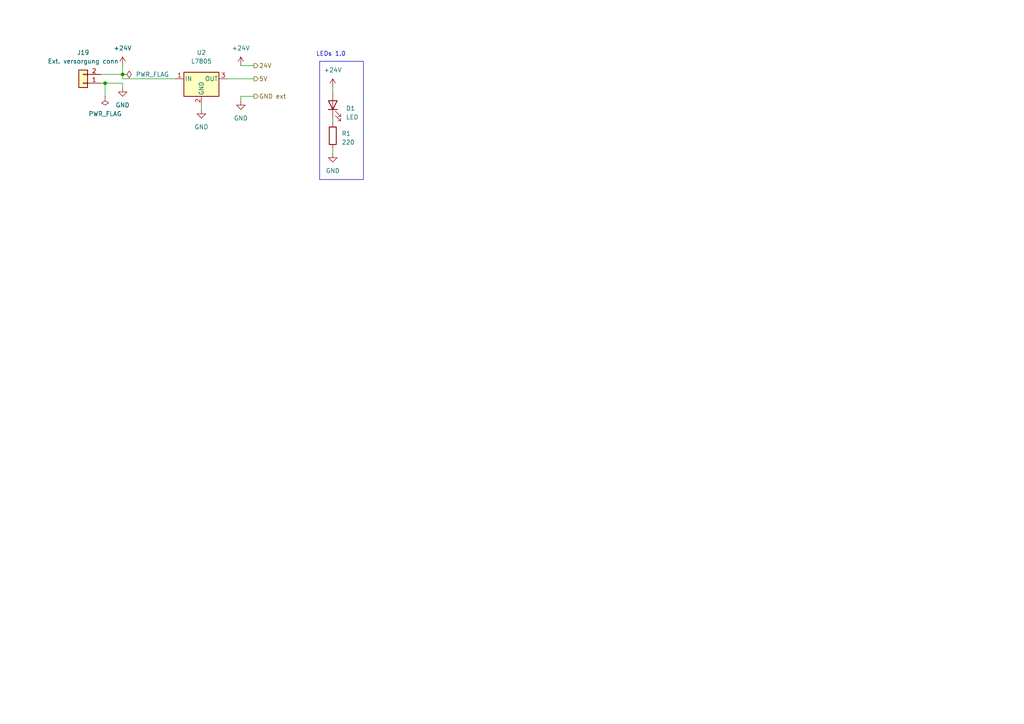
<source format=kicad_sch>
(kicad_sch (version 20230121) (generator eeschema)

  (uuid c0707853-f796-41ec-97e6-32ad8ec49104)

  (paper "A4")

  (lib_symbols
    (symbol "Connector_Generic:Conn_01x02" (pin_names (offset 1.016) hide) (in_bom yes) (on_board yes)
      (property "Reference" "J" (at 0 2.54 0)
        (effects (font (size 1.27 1.27)))
      )
      (property "Value" "Conn_01x02" (at 0 -5.08 0)
        (effects (font (size 1.27 1.27)))
      )
      (property "Footprint" "" (at 0 0 0)
        (effects (font (size 1.27 1.27)) hide)
      )
      (property "Datasheet" "~" (at 0 0 0)
        (effects (font (size 1.27 1.27)) hide)
      )
      (property "ki_keywords" "connector" (at 0 0 0)
        (effects (font (size 1.27 1.27)) hide)
      )
      (property "ki_description" "Generic connector, single row, 01x02, script generated (kicad-library-utils/schlib/autogen/connector/)" (at 0 0 0)
        (effects (font (size 1.27 1.27)) hide)
      )
      (property "ki_fp_filters" "Connector*:*_1x??_*" (at 0 0 0)
        (effects (font (size 1.27 1.27)) hide)
      )
      (symbol "Conn_01x02_1_1"
        (rectangle (start -1.27 -2.413) (end 0 -2.667)
          (stroke (width 0.1524) (type default))
          (fill (type none))
        )
        (rectangle (start -1.27 0.127) (end 0 -0.127)
          (stroke (width 0.1524) (type default))
          (fill (type none))
        )
        (rectangle (start -1.27 1.27) (end 1.27 -3.81)
          (stroke (width 0.254) (type default))
          (fill (type background))
        )
        (pin passive line (at -5.08 0 0) (length 3.81)
          (name "Pin_1" (effects (font (size 1.27 1.27))))
          (number "1" (effects (font (size 1.27 1.27))))
        )
        (pin passive line (at -5.08 -2.54 0) (length 3.81)
          (name "Pin_2" (effects (font (size 1.27 1.27))))
          (number "2" (effects (font (size 1.27 1.27))))
        )
      )
    )
    (symbol "Device:LED" (pin_numbers hide) (pin_names (offset 1.016) hide) (in_bom yes) (on_board yes)
      (property "Reference" "D" (at 0 2.54 0)
        (effects (font (size 1.27 1.27)))
      )
      (property "Value" "LED" (at 0 -2.54 0)
        (effects (font (size 1.27 1.27)))
      )
      (property "Footprint" "" (at 0 0 0)
        (effects (font (size 1.27 1.27)) hide)
      )
      (property "Datasheet" "~" (at 0 0 0)
        (effects (font (size 1.27 1.27)) hide)
      )
      (property "ki_keywords" "LED diode" (at 0 0 0)
        (effects (font (size 1.27 1.27)) hide)
      )
      (property "ki_description" "Light emitting diode" (at 0 0 0)
        (effects (font (size 1.27 1.27)) hide)
      )
      (property "ki_fp_filters" "LED* LED_SMD:* LED_THT:*" (at 0 0 0)
        (effects (font (size 1.27 1.27)) hide)
      )
      (symbol "LED_0_1"
        (polyline
          (pts
            (xy -1.27 -1.27)
            (xy -1.27 1.27)
          )
          (stroke (width 0.254) (type default))
          (fill (type none))
        )
        (polyline
          (pts
            (xy -1.27 0)
            (xy 1.27 0)
          )
          (stroke (width 0) (type default))
          (fill (type none))
        )
        (polyline
          (pts
            (xy 1.27 -1.27)
            (xy 1.27 1.27)
            (xy -1.27 0)
            (xy 1.27 -1.27)
          )
          (stroke (width 0.254) (type default))
          (fill (type none))
        )
        (polyline
          (pts
            (xy -3.048 -0.762)
            (xy -4.572 -2.286)
            (xy -3.81 -2.286)
            (xy -4.572 -2.286)
            (xy -4.572 -1.524)
          )
          (stroke (width 0) (type default))
          (fill (type none))
        )
        (polyline
          (pts
            (xy -1.778 -0.762)
            (xy -3.302 -2.286)
            (xy -2.54 -2.286)
            (xy -3.302 -2.286)
            (xy -3.302 -1.524)
          )
          (stroke (width 0) (type default))
          (fill (type none))
        )
      )
      (symbol "LED_1_1"
        (pin passive line (at -3.81 0 0) (length 2.54)
          (name "K" (effects (font (size 1.27 1.27))))
          (number "1" (effects (font (size 1.27 1.27))))
        )
        (pin passive line (at 3.81 0 180) (length 2.54)
          (name "A" (effects (font (size 1.27 1.27))))
          (number "2" (effects (font (size 1.27 1.27))))
        )
      )
    )
    (symbol "Device:R" (pin_numbers hide) (pin_names (offset 0)) (in_bom yes) (on_board yes)
      (property "Reference" "R" (at 2.032 0 90)
        (effects (font (size 1.27 1.27)))
      )
      (property "Value" "R" (at 0 0 90)
        (effects (font (size 1.27 1.27)))
      )
      (property "Footprint" "" (at -1.778 0 90)
        (effects (font (size 1.27 1.27)) hide)
      )
      (property "Datasheet" "~" (at 0 0 0)
        (effects (font (size 1.27 1.27)) hide)
      )
      (property "ki_keywords" "R res resistor" (at 0 0 0)
        (effects (font (size 1.27 1.27)) hide)
      )
      (property "ki_description" "Resistor" (at 0 0 0)
        (effects (font (size 1.27 1.27)) hide)
      )
      (property "ki_fp_filters" "R_*" (at 0 0 0)
        (effects (font (size 1.27 1.27)) hide)
      )
      (symbol "R_0_1"
        (rectangle (start -1.016 -2.54) (end 1.016 2.54)
          (stroke (width 0.254) (type default))
          (fill (type none))
        )
      )
      (symbol "R_1_1"
        (pin passive line (at 0 3.81 270) (length 1.27)
          (name "~" (effects (font (size 1.27 1.27))))
          (number "1" (effects (font (size 1.27 1.27))))
        )
        (pin passive line (at 0 -3.81 90) (length 1.27)
          (name "~" (effects (font (size 1.27 1.27))))
          (number "2" (effects (font (size 1.27 1.27))))
        )
      )
    )
    (symbol "Regulator_Linear:L7805" (pin_names (offset 0.254)) (in_bom yes) (on_board yes)
      (property "Reference" "U" (at -3.81 3.175 0)
        (effects (font (size 1.27 1.27)))
      )
      (property "Value" "L7805" (at 0 3.175 0)
        (effects (font (size 1.27 1.27)) (justify left))
      )
      (property "Footprint" "" (at 0.635 -3.81 0)
        (effects (font (size 1.27 1.27) italic) (justify left) hide)
      )
      (property "Datasheet" "http://www.st.com/content/ccc/resource/technical/document/datasheet/41/4f/b3/b0/12/d4/47/88/CD00000444.pdf/files/CD00000444.pdf/jcr:content/translations/en.CD00000444.pdf" (at 0 -1.27 0)
        (effects (font (size 1.27 1.27)) hide)
      )
      (property "ki_keywords" "Voltage Regulator 1.5A Positive" (at 0 0 0)
        (effects (font (size 1.27 1.27)) hide)
      )
      (property "ki_description" "Positive 1.5A 35V Linear Regulator, Fixed Output 5V, TO-220/TO-263/TO-252" (at 0 0 0)
        (effects (font (size 1.27 1.27)) hide)
      )
      (property "ki_fp_filters" "TO?252* TO?263* TO?220*" (at 0 0 0)
        (effects (font (size 1.27 1.27)) hide)
      )
      (symbol "L7805_0_1"
        (rectangle (start -5.08 1.905) (end 5.08 -5.08)
          (stroke (width 0.254) (type default))
          (fill (type background))
        )
      )
      (symbol "L7805_1_1"
        (pin power_in line (at -7.62 0 0) (length 2.54)
          (name "IN" (effects (font (size 1.27 1.27))))
          (number "1" (effects (font (size 1.27 1.27))))
        )
        (pin power_in line (at 0 -7.62 90) (length 2.54)
          (name "GND" (effects (font (size 1.27 1.27))))
          (number "2" (effects (font (size 1.27 1.27))))
        )
        (pin power_out line (at 7.62 0 180) (length 2.54)
          (name "OUT" (effects (font (size 1.27 1.27))))
          (number "3" (effects (font (size 1.27 1.27))))
        )
      )
    )
    (symbol "power:+24V" (power) (pin_names (offset 0)) (in_bom yes) (on_board yes)
      (property "Reference" "#PWR" (at 0 -3.81 0)
        (effects (font (size 1.27 1.27)) hide)
      )
      (property "Value" "+24V" (at 0 3.556 0)
        (effects (font (size 1.27 1.27)))
      )
      (property "Footprint" "" (at 0 0 0)
        (effects (font (size 1.27 1.27)) hide)
      )
      (property "Datasheet" "" (at 0 0 0)
        (effects (font (size 1.27 1.27)) hide)
      )
      (property "ki_keywords" "power-flag" (at 0 0 0)
        (effects (font (size 1.27 1.27)) hide)
      )
      (property "ki_description" "Power symbol creates a global label with name \"+24V\"" (at 0 0 0)
        (effects (font (size 1.27 1.27)) hide)
      )
      (symbol "+24V_0_1"
        (polyline
          (pts
            (xy -0.762 1.27)
            (xy 0 2.54)
          )
          (stroke (width 0) (type default))
          (fill (type none))
        )
        (polyline
          (pts
            (xy 0 0)
            (xy 0 2.54)
          )
          (stroke (width 0) (type default))
          (fill (type none))
        )
        (polyline
          (pts
            (xy 0 2.54)
            (xy 0.762 1.27)
          )
          (stroke (width 0) (type default))
          (fill (type none))
        )
      )
      (symbol "+24V_1_1"
        (pin power_in line (at 0 0 90) (length 0) hide
          (name "+24V" (effects (font (size 1.27 1.27))))
          (number "1" (effects (font (size 1.27 1.27))))
        )
      )
    )
    (symbol "power:GND" (power) (pin_names (offset 0)) (in_bom yes) (on_board yes)
      (property "Reference" "#PWR" (at 0 -6.35 0)
        (effects (font (size 1.27 1.27)) hide)
      )
      (property "Value" "GND" (at 0 -3.81 0)
        (effects (font (size 1.27 1.27)))
      )
      (property "Footprint" "" (at 0 0 0)
        (effects (font (size 1.27 1.27)) hide)
      )
      (property "Datasheet" "" (at 0 0 0)
        (effects (font (size 1.27 1.27)) hide)
      )
      (property "ki_keywords" "power-flag" (at 0 0 0)
        (effects (font (size 1.27 1.27)) hide)
      )
      (property "ki_description" "Power symbol creates a global label with name \"GND\" , ground" (at 0 0 0)
        (effects (font (size 1.27 1.27)) hide)
      )
      (symbol "GND_0_1"
        (polyline
          (pts
            (xy 0 0)
            (xy 0 -1.27)
            (xy 1.27 -1.27)
            (xy 0 -2.54)
            (xy -1.27 -1.27)
            (xy 0 -1.27)
          )
          (stroke (width 0) (type default))
          (fill (type none))
        )
      )
      (symbol "GND_1_1"
        (pin power_in line (at 0 0 270) (length 0) hide
          (name "GND" (effects (font (size 1.27 1.27))))
          (number "1" (effects (font (size 1.27 1.27))))
        )
      )
    )
    (symbol "power:PWR_FLAG" (power) (pin_numbers hide) (pin_names (offset 0) hide) (in_bom yes) (on_board yes)
      (property "Reference" "#FLG" (at 0 1.905 0)
        (effects (font (size 1.27 1.27)) hide)
      )
      (property "Value" "PWR_FLAG" (at 0 3.81 0)
        (effects (font (size 1.27 1.27)))
      )
      (property "Footprint" "" (at 0 0 0)
        (effects (font (size 1.27 1.27)) hide)
      )
      (property "Datasheet" "~" (at 0 0 0)
        (effects (font (size 1.27 1.27)) hide)
      )
      (property "ki_keywords" "power-flag" (at 0 0 0)
        (effects (font (size 1.27 1.27)) hide)
      )
      (property "ki_description" "Special symbol for telling ERC where power comes from" (at 0 0 0)
        (effects (font (size 1.27 1.27)) hide)
      )
      (symbol "PWR_FLAG_0_0"
        (pin power_out line (at 0 0 90) (length 0)
          (name "pwr" (effects (font (size 1.27 1.27))))
          (number "1" (effects (font (size 1.27 1.27))))
        )
      )
      (symbol "PWR_FLAG_0_1"
        (polyline
          (pts
            (xy 0 0)
            (xy 0 1.27)
            (xy -1.016 1.905)
            (xy 0 2.54)
            (xy 1.016 1.905)
            (xy 0 1.27)
          )
          (stroke (width 0) (type default))
          (fill (type none))
        )
      )
    )
  )

  (junction (at 35.56 21.59) (diameter 0) (color 0 0 0 0)
    (uuid 456b1295-ff76-4b67-9c56-16f83128bce0)
  )
  (junction (at 30.48 24.13) (diameter 0) (color 0 0 0 0)
    (uuid e0ef0b4c-305b-4ed4-a3be-0b8fb1fbd6d2)
  )

  (wire (pts (xy 69.85 27.94) (xy 73.66 27.94))
    (stroke (width 0) (type default))
    (uuid 0b224b6b-ada2-47c8-9e79-ca7130d422db)
  )
  (wire (pts (xy 30.48 24.13) (xy 35.56 24.13))
    (stroke (width 0) (type default))
    (uuid 1161ebae-566c-4cc9-b1af-1422a633f28d)
  )
  (wire (pts (xy 29.21 24.13) (xy 30.48 24.13))
    (stroke (width 0) (type default))
    (uuid 29c8a4ff-9bbf-4667-8842-d15405fb700b)
  )
  (wire (pts (xy 35.56 21.59) (xy 35.56 22.86))
    (stroke (width 0) (type default))
    (uuid 7055ee85-d667-44a6-a582-203649852f54)
  )
  (wire (pts (xy 96.52 43.18) (xy 96.52 44.45))
    (stroke (width 0) (type default))
    (uuid 707917f0-e97c-4fef-99dc-31193daf56cc)
  )
  (wire (pts (xy 50.8 22.86) (xy 35.56 22.86))
    (stroke (width 0) (type default))
    (uuid 7ae11c34-210f-4ee4-8a02-80cc903ae5fa)
  )
  (wire (pts (xy 96.52 25.4) (xy 96.52 26.67))
    (stroke (width 0) (type default))
    (uuid 7ef292e0-40f6-4c2e-830f-dc6e6b636cd7)
  )
  (wire (pts (xy 35.56 24.13) (xy 35.56 25.4))
    (stroke (width 0) (type default))
    (uuid 85f0c3fd-1abb-42d6-b3e0-794852b91bd3)
  )
  (wire (pts (xy 69.85 19.05) (xy 73.66 19.05))
    (stroke (width 0) (type default))
    (uuid 95d1bdec-390e-43bc-ac61-d72fd246b3cf)
  )
  (wire (pts (xy 30.48 24.13) (xy 30.48 27.94))
    (stroke (width 0) (type default))
    (uuid 96bbdcb0-de0a-4a1b-9fc7-bd2897520bef)
  )
  (wire (pts (xy 66.04 22.86) (xy 73.66 22.86))
    (stroke (width 0) (type default))
    (uuid abdfbcae-267a-48e5-8881-1d257d280a3b)
  )
  (wire (pts (xy 96.52 34.29) (xy 96.52 35.56))
    (stroke (width 0) (type default))
    (uuid b9a52920-218e-43e3-8e1c-74b100f79e5c)
  )
  (polyline (pts (xy 105.41 52.07) (xy 92.71 52.07))
    (stroke (width 0) (type default))
    (uuid c3b46476-48ba-4a4c-ae4c-1aa5fdd9f2f0)
  )

  (wire (pts (xy 29.21 21.59) (xy 35.56 21.59))
    (stroke (width 0) (type default) (color 17 127 12 1))
    (uuid c49d6117-57e1-471b-989d-0092174284ab)
  )
  (polyline (pts (xy 92.71 17.78) (xy 92.71 52.07))
    (stroke (width 0) (type default))
    (uuid d67b7ba4-bb86-41d8-8526-20d60a0dcb45)
  )

  (wire (pts (xy 35.56 19.05) (xy 35.56 21.59))
    (stroke (width 0) (type default))
    (uuid d97cf734-1a11-428b-ac02-7303205dc4a4)
  )
  (wire (pts (xy 58.42 30.48) (xy 58.42 31.75))
    (stroke (width 0) (type default))
    (uuid db36a603-e755-4367-98fb-776d9144df35)
  )
  (polyline (pts (xy 105.41 17.78) (xy 105.41 52.07))
    (stroke (width 0) (type default))
    (uuid f25f5931-f014-48f1-a25c-a3b14becabd5)
  )
  (polyline (pts (xy 92.71 17.78) (xy 105.41 17.78))
    (stroke (width 0) (type default))
    (uuid f2b10246-22ab-4a4f-a553-5335ae8d1a28)
  )

  (wire (pts (xy 69.85 29.21) (xy 69.85 27.94))
    (stroke (width 0) (type default))
    (uuid ffe9a4b8-2175-4657-9863-c423a77e3814)
  )

  (text "LEDs 1.0" (at 100.33 16.51 0)
    (effects (font (size 1.27 1.27)) (justify right bottom))
    (uuid 9472e663-c5fb-4599-b2d2-89fd2a6fd7b8)
  )

  (hierarchical_label "5V" (shape output) (at 73.66 22.86 0) (fields_autoplaced)
    (effects (font (size 1.27 1.27)) (justify left))
    (uuid 008892f3-ac2e-4b3a-8b2c-b312ba0cea26)
  )
  (hierarchical_label "24V" (shape output) (at 73.66 19.05 0) (fields_autoplaced)
    (effects (font (size 1.27 1.27)) (justify left))
    (uuid 58a55ce6-ed86-43a6-b7d6-bc691d483b87)
  )
  (hierarchical_label "GND ext" (shape output) (at 73.66 27.94 0) (fields_autoplaced)
    (effects (font (size 1.27 1.27)) (justify left))
    (uuid f13f59b1-6536-4573-baa5-b438e669b244)
  )

  (symbol (lib_id "power:+24V") (at 69.85 19.05 0) (unit 1)
    (in_bom yes) (on_board yes) (dnp no) (fields_autoplaced)
    (uuid 066179d8-6540-4e49-92ac-288c16040bc1)
    (property "Reference" "#PWR0109" (at 69.85 22.86 0)
      (effects (font (size 1.27 1.27)) hide)
    )
    (property "Value" "+24V" (at 69.85 13.97 0)
      (effects (font (size 1.27 1.27)))
    )
    (property "Footprint" "" (at 69.85 19.05 0)
      (effects (font (size 1.27 1.27)) hide)
    )
    (property "Datasheet" "" (at 69.85 19.05 0)
      (effects (font (size 1.27 1.27)) hide)
    )
    (pin "1" (uuid 815b3543-5410-4be1-a33e-03f974121e97))
    (instances
      (project "AbuDhabi_ElectronBean"
        (path "/e63e39d7-6ac0-4ffd-8aa3-1841a4541b55/c90f5046-40eb-4e2a-9cc6-7f8f7a86d6fc"
          (reference "#PWR0109") (unit 1)
        )
      )
    )
  )

  (symbol (lib_id "power:PWR_FLAG") (at 35.56 21.59 270) (unit 1)
    (in_bom yes) (on_board yes) (dnp no)
    (uuid 2407df72-a7f4-4f32-ab92-68d85acba260)
    (property "Reference" "#FLG0101" (at 37.465 21.59 0)
      (effects (font (size 1.27 1.27)) hide)
    )
    (property "Value" "PWR_FLAG" (at 39.37 21.5899 90)
      (effects (font (size 1.27 1.27)) (justify left))
    )
    (property "Footprint" "" (at 35.56 21.59 0)
      (effects (font (size 1.27 1.27)) hide)
    )
    (property "Datasheet" "~" (at 35.56 21.59 0)
      (effects (font (size 1.27 1.27)) hide)
    )
    (pin "1" (uuid f7c1f027-7af5-4bda-8205-a7e293b54f31))
    (instances
      (project "AbuDhabi_ElectronBean"
        (path "/e63e39d7-6ac0-4ffd-8aa3-1841a4541b55/c90f5046-40eb-4e2a-9cc6-7f8f7a86d6fc"
          (reference "#FLG0101") (unit 1)
        )
      )
    )
  )

  (symbol (lib_id "power:GND") (at 58.42 31.75 0) (unit 1)
    (in_bom yes) (on_board yes) (dnp no) (fields_autoplaced)
    (uuid 49c4d4ec-6f6d-44a3-9dfe-a358a949acde)
    (property "Reference" "#PWR0108" (at 58.42 38.1 0)
      (effects (font (size 1.27 1.27)) hide)
    )
    (property "Value" "GND" (at 58.42 36.83 0)
      (effects (font (size 1.27 1.27)))
    )
    (property "Footprint" "" (at 58.42 31.75 0)
      (effects (font (size 1.27 1.27)) hide)
    )
    (property "Datasheet" "" (at 58.42 31.75 0)
      (effects (font (size 1.27 1.27)) hide)
    )
    (pin "1" (uuid 948c4a87-35ea-49af-b889-e9894d55c321))
    (instances
      (project "AbuDhabi_ElectronBean"
        (path "/e63e39d7-6ac0-4ffd-8aa3-1841a4541b55/c90f5046-40eb-4e2a-9cc6-7f8f7a86d6fc"
          (reference "#PWR0108") (unit 1)
        )
      )
    )
  )

  (symbol (lib_id "Device:R") (at 96.52 39.37 0) (unit 1)
    (in_bom yes) (on_board yes) (dnp no) (fields_autoplaced)
    (uuid 5d6278af-5b6a-4588-9d18-db5c4d71612b)
    (property "Reference" "R1" (at 99.06 38.735 0)
      (effects (font (size 1.27 1.27)) (justify left))
    )
    (property "Value" "220" (at 99.06 41.275 0)
      (effects (font (size 1.27 1.27)) (justify left))
    )
    (property "Footprint" "Resistor_SMD:R_0805_2012Metric_Pad1.20x1.40mm_HandSolder" (at 94.742 39.37 90)
      (effects (font (size 1.27 1.27)) hide)
    )
    (property "Datasheet" "~" (at 96.52 39.37 0)
      (effects (font (size 1.27 1.27)) hide)
    )
    (pin "1" (uuid 4ddab9e7-7ec1-46d5-9075-85c79418c840))
    (pin "2" (uuid 52668fb0-d367-46a3-a910-225c8f87a102))
    (instances
      (project "AbuDhabi_ElectronBean"
        (path "/e63e39d7-6ac0-4ffd-8aa3-1841a4541b55"
          (reference "R1") (unit 1)
        )
        (path "/e63e39d7-6ac0-4ffd-8aa3-1841a4541b55/c90f5046-40eb-4e2a-9cc6-7f8f7a86d6fc"
          (reference "R2") (unit 1)
        )
      )
    )
  )

  (symbol (lib_id "Regulator_Linear:L7805") (at 58.42 22.86 0) (unit 1)
    (in_bom yes) (on_board yes) (dnp no) (fields_autoplaced)
    (uuid 5fcc6b25-7b48-4605-ae97-5f85351848ea)
    (property "Reference" "U2" (at 58.42 15.24 0)
      (effects (font (size 1.27 1.27)))
    )
    (property "Value" "L7805" (at 58.42 17.78 0)
      (effects (font (size 1.27 1.27)))
    )
    (property "Footprint" "Package_TO_SOT_THT:TO-220-3_Vertical" (at 59.055 26.67 0)
      (effects (font (size 1.27 1.27) italic) (justify left) hide)
    )
    (property "Datasheet" "http://www.st.com/content/ccc/resource/technical/document/datasheet/41/4f/b3/b0/12/d4/47/88/CD00000444.pdf/files/CD00000444.pdf/jcr:content/translations/en.CD00000444.pdf" (at 58.42 24.13 0)
      (effects (font (size 1.27 1.27)) hide)
    )
    (pin "1" (uuid 24e9a7af-a648-4d68-9c71-28f6509e9ea2))
    (pin "2" (uuid 1bcc500c-2362-4ad5-aa0f-e4c6bc585d38))
    (pin "3" (uuid 70efbbc1-eacb-46d0-ae82-4346a482e63c))
    (instances
      (project "AbuDhabi_ElectronBean"
        (path "/e63e39d7-6ac0-4ffd-8aa3-1841a4541b55/c90f5046-40eb-4e2a-9cc6-7f8f7a86d6fc"
          (reference "U2") (unit 1)
        )
      )
    )
  )

  (symbol (lib_id "power:GND") (at 35.56 25.4 0) (unit 1)
    (in_bom yes) (on_board yes) (dnp no) (fields_autoplaced)
    (uuid 66be1d7f-a131-44f3-8768-5aafc12c606f)
    (property "Reference" "#PWR0103" (at 35.56 31.75 0)
      (effects (font (size 1.27 1.27)) hide)
    )
    (property "Value" "GND" (at 35.56 30.48 0)
      (effects (font (size 1.27 1.27)))
    )
    (property "Footprint" "" (at 35.56 25.4 0)
      (effects (font (size 1.27 1.27)) hide)
    )
    (property "Datasheet" "" (at 35.56 25.4 0)
      (effects (font (size 1.27 1.27)) hide)
    )
    (pin "1" (uuid ff5ef82d-602c-4964-be36-a40e76e9559c))
    (instances
      (project "AbuDhabi_ElectronBean"
        (path "/e63e39d7-6ac0-4ffd-8aa3-1841a4541b55/c90f5046-40eb-4e2a-9cc6-7f8f7a86d6fc"
          (reference "#PWR0103") (unit 1)
        )
      )
    )
  )

  (symbol (lib_id "power:+24V") (at 96.52 25.4 0) (unit 1)
    (in_bom yes) (on_board yes) (dnp no) (fields_autoplaced)
    (uuid 6b3a9d2f-1f7c-4388-a7e7-499c5ee0f34f)
    (property "Reference" "#PWR010" (at 96.52 29.21 0)
      (effects (font (size 1.27 1.27)) hide)
    )
    (property "Value" "+24V" (at 96.52 20.32 0)
      (effects (font (size 1.27 1.27)))
    )
    (property "Footprint" "" (at 96.52 25.4 0)
      (effects (font (size 1.27 1.27)) hide)
    )
    (property "Datasheet" "" (at 96.52 25.4 0)
      (effects (font (size 1.27 1.27)) hide)
    )
    (pin "1" (uuid 4e2687b9-b5c7-4975-a8f9-515f2eed5868))
    (instances
      (project "AbuDhabi_ElectronBean"
        (path "/e63e39d7-6ac0-4ffd-8aa3-1841a4541b55/c90f5046-40eb-4e2a-9cc6-7f8f7a86d6fc"
          (reference "#PWR010") (unit 1)
        )
      )
    )
  )

  (symbol (lib_id "power:PWR_FLAG") (at 30.48 27.94 180) (unit 1)
    (in_bom yes) (on_board yes) (dnp no) (fields_autoplaced)
    (uuid 73b38c4a-5f64-42a7-bc3d-383076fd5e1e)
    (property "Reference" "#FLG0102" (at 30.48 29.845 0)
      (effects (font (size 1.27 1.27)) hide)
    )
    (property "Value" "PWR_FLAG" (at 30.48 33.02 0)
      (effects (font (size 1.27 1.27)))
    )
    (property "Footprint" "" (at 30.48 27.94 0)
      (effects (font (size 1.27 1.27)) hide)
    )
    (property "Datasheet" "~" (at 30.48 27.94 0)
      (effects (font (size 1.27 1.27)) hide)
    )
    (pin "1" (uuid 8ab8ec42-c206-4291-84a6-19f32b850e47))
    (instances
      (project "AbuDhabi_ElectronBean"
        (path "/e63e39d7-6ac0-4ffd-8aa3-1841a4541b55/c90f5046-40eb-4e2a-9cc6-7f8f7a86d6fc"
          (reference "#FLG0102") (unit 1)
        )
      )
    )
  )

  (symbol (lib_id "Device:LED") (at 96.52 30.48 90) (unit 1)
    (in_bom yes) (on_board yes) (dnp no) (fields_autoplaced)
    (uuid 760aed66-beed-4616-a299-32a9482b46d4)
    (property "Reference" "D1" (at 100.33 31.4325 90)
      (effects (font (size 1.27 1.27)) (justify right))
    )
    (property "Value" "LED" (at 100.33 33.9725 90)
      (effects (font (size 1.27 1.27)) (justify right))
    )
    (property "Footprint" "LED_SMD:LED_0603_1608Metric_Pad1.05x0.95mm_HandSolder" (at 96.52 30.48 0)
      (effects (font (size 1.27 1.27)) hide)
    )
    (property "Datasheet" "~" (at 96.52 30.48 0)
      (effects (font (size 1.27 1.27)) hide)
    )
    (pin "1" (uuid 4a768910-7bcc-432c-9ac4-7296d0e89a21))
    (pin "2" (uuid 2beeb5e9-a6f6-4ca3-965f-7a9d907d5769))
    (instances
      (project "AbuDhabi_ElectronBean"
        (path "/e63e39d7-6ac0-4ffd-8aa3-1841a4541b55"
          (reference "D1") (unit 1)
        )
        (path "/e63e39d7-6ac0-4ffd-8aa3-1841a4541b55/c90f5046-40eb-4e2a-9cc6-7f8f7a86d6fc"
          (reference "D2") (unit 1)
        )
      )
    )
  )

  (symbol (lib_id "power:GND") (at 96.52 44.45 0) (unit 1)
    (in_bom yes) (on_board yes) (dnp no) (fields_autoplaced)
    (uuid 9962e129-bd19-45de-9e55-0f8567f418d5)
    (property "Reference" "#PWR08" (at 96.52 50.8 0)
      (effects (font (size 1.27 1.27)) hide)
    )
    (property "Value" "GND" (at 96.52 49.53 0)
      (effects (font (size 1.27 1.27)))
    )
    (property "Footprint" "" (at 96.52 44.45 0)
      (effects (font (size 1.27 1.27)) hide)
    )
    (property "Datasheet" "" (at 96.52 44.45 0)
      (effects (font (size 1.27 1.27)) hide)
    )
    (pin "1" (uuid 4bed5637-876c-40b9-8ded-c747e30732f3))
    (instances
      (project "AbuDhabi_ElectronBean"
        (path "/e63e39d7-6ac0-4ffd-8aa3-1841a4541b55"
          (reference "#PWR08") (unit 1)
        )
        (path "/e63e39d7-6ac0-4ffd-8aa3-1841a4541b55/c90f5046-40eb-4e2a-9cc6-7f8f7a86d6fc"
          (reference "#PWR09") (unit 1)
        )
      )
    )
  )

  (symbol (lib_id "power:+24V") (at 35.56 19.05 0) (unit 1)
    (in_bom yes) (on_board yes) (dnp no) (fields_autoplaced)
    (uuid a5a0b0bc-5cb7-4d27-8ac4-8cde78b9e713)
    (property "Reference" "#PWR0102" (at 35.56 22.86 0)
      (effects (font (size 1.27 1.27)) hide)
    )
    (property "Value" "+24V" (at 35.56 13.97 0)
      (effects (font (size 1.27 1.27)))
    )
    (property "Footprint" "" (at 35.56 19.05 0)
      (effects (font (size 1.27 1.27)) hide)
    )
    (property "Datasheet" "" (at 35.56 19.05 0)
      (effects (font (size 1.27 1.27)) hide)
    )
    (pin "1" (uuid 7ae8dbf8-01ef-4909-b1fd-290f75a9ee56))
    (instances
      (project "AbuDhabi_ElectronBean"
        (path "/e63e39d7-6ac0-4ffd-8aa3-1841a4541b55/c90f5046-40eb-4e2a-9cc6-7f8f7a86d6fc"
          (reference "#PWR0102") (unit 1)
        )
      )
    )
  )

  (symbol (lib_id "power:GND") (at 69.85 29.21 0) (unit 1)
    (in_bom yes) (on_board yes) (dnp no) (fields_autoplaced)
    (uuid baa2d977-7a4e-4d25-8c51-b636e004c6ba)
    (property "Reference" "#PWR0104" (at 69.85 35.56 0)
      (effects (font (size 1.27 1.27)) hide)
    )
    (property "Value" "GND" (at 69.85 34.29 0)
      (effects (font (size 1.27 1.27)))
    )
    (property "Footprint" "" (at 69.85 29.21 0)
      (effects (font (size 1.27 1.27)) hide)
    )
    (property "Datasheet" "" (at 69.85 29.21 0)
      (effects (font (size 1.27 1.27)) hide)
    )
    (pin "1" (uuid 67294e0e-f141-486a-80c9-214b55a3ec75))
    (instances
      (project "AbuDhabi_ElectronBean"
        (path "/e63e39d7-6ac0-4ffd-8aa3-1841a4541b55/c90f5046-40eb-4e2a-9cc6-7f8f7a86d6fc"
          (reference "#PWR0104") (unit 1)
        )
      )
    )
  )

  (symbol (lib_id "Connector_Generic:Conn_01x02") (at 24.13 24.13 180) (unit 1)
    (in_bom yes) (on_board yes) (dnp no) (fields_autoplaced)
    (uuid f75c2d1c-1bcd-45a2-84fb-258a01b586de)
    (property "Reference" "J19" (at 24.13 15.24 0)
      (effects (font (size 1.27 1.27)))
    )
    (property "Value" "Ext. versorgung conn" (at 24.13 17.78 0)
      (effects (font (size 1.27 1.27)))
    )
    (property "Footprint" "Connector_JST:JST_EH_B2B-EH-A_1x02_P2.50mm_Vertical" (at 24.13 24.13 0)
      (effects (font (size 1.27 1.27)) hide)
    )
    (property "Datasheet" "~" (at 24.13 24.13 0)
      (effects (font (size 1.27 1.27)) hide)
    )
    (pin "1" (uuid 70be678f-5479-4c2f-a493-3e71a9f6a624))
    (pin "2" (uuid e21dcbd1-cb2a-4d7b-9b69-c0d8cbecfad1))
    (instances
      (project "AbuDhabi_ElectronBean"
        (path "/e63e39d7-6ac0-4ffd-8aa3-1841a4541b55/c90f5046-40eb-4e2a-9cc6-7f8f7a86d6fc"
          (reference "J19") (unit 1)
        )
      )
    )
  )
)

</source>
